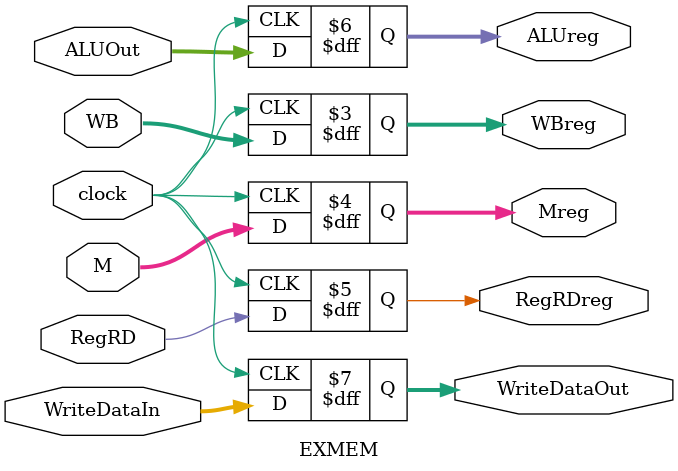
<source format=v>
module EXMEM(clock,WB,M,ALUOut,RegRD,WriteDataIn,Mreg,WBreg,ALUreg,RegRDreg,WriteDataOut);

	input clock;
	input [1:0] WB;
	input [1:0] M;
	input [0:0] RegRD;
	input [7:0] ALUOut,WriteDataIn;
	output [1:0] WBreg;
	output [1:0] Mreg;
	output [0:0] RegRDreg;
	output [7:0] ALUreg,WriteDataOut;

	reg [1:0] WBreg;
	reg [1:0] Mreg;
	reg [0:0] RegRDreg;
	reg [7:0] ALUreg,WriteDataOut;



	initial begin
		WBreg=0;
		Mreg=0;
		RegRDreg=0;
		ALUreg=0;
		WriteDataOut=0;
	end

	always@(posedge clock) 
	begin
		WBreg<=WB;
		Mreg<=M;
		RegRDreg<=RegRD;
		ALUreg<=ALUOut;
		WriteDataOut<=WriteDataIn;
	end
endmodule
</source>
